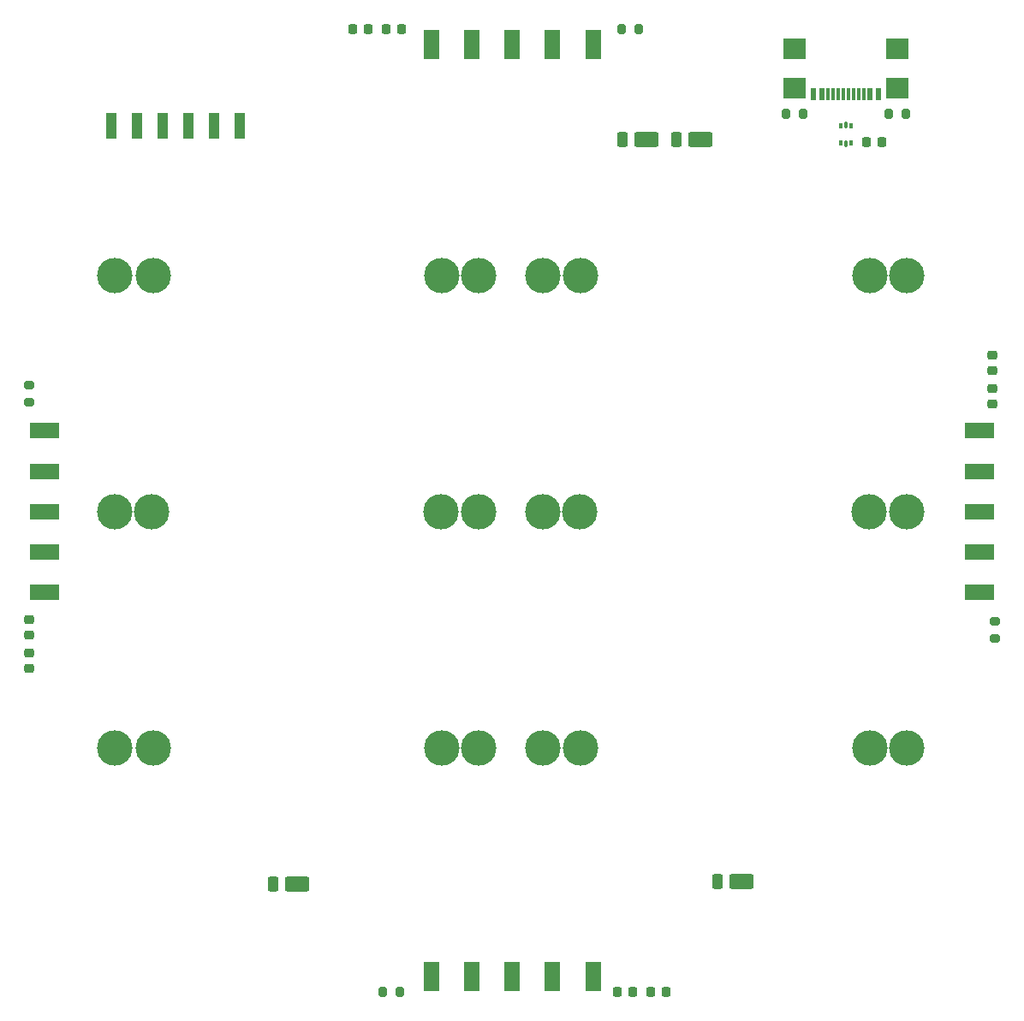
<source format=gbr>
%TF.GenerationSoftware,KiCad,Pcbnew,8.0.5*%
%TF.CreationDate,2025-02-27T20:43:24-05:00*%
%TF.ProjectId,Z+,5a2b2e6b-6963-4616-945f-706362585858,rev?*%
%TF.SameCoordinates,Original*%
%TF.FileFunction,Paste,Top*%
%TF.FilePolarity,Positive*%
%FSLAX46Y46*%
G04 Gerber Fmt 4.6, Leading zero omitted, Abs format (unit mm)*
G04 Created by KiCad (PCBNEW 8.0.5) date 2025-02-27 20:43:24*
%MOMM*%
%LPD*%
G01*
G04 APERTURE LIST*
G04 Aperture macros list*
%AMRoundRect*
0 Rectangle with rounded corners*
0 $1 Rounding radius*
0 $2 $3 $4 $5 $6 $7 $8 $9 X,Y pos of 4 corners*
0 Add a 4 corners polygon primitive as box body*
4,1,4,$2,$3,$4,$5,$6,$7,$8,$9,$2,$3,0*
0 Add four circle primitives for the rounded corners*
1,1,$1+$1,$2,$3*
1,1,$1+$1,$4,$5*
1,1,$1+$1,$6,$7*
1,1,$1+$1,$8,$9*
0 Add four rect primitives between the rounded corners*
20,1,$1+$1,$2,$3,$4,$5,0*
20,1,$1+$1,$4,$5,$6,$7,0*
20,1,$1+$1,$6,$7,$8,$9,0*
20,1,$1+$1,$8,$9,$2,$3,0*%
G04 Aperture macros list end*
%ADD10RoundRect,0.250000X-0.950000X-0.500000X0.950000X-0.500000X0.950000X0.500000X-0.950000X0.500000X0*%
%ADD11RoundRect,0.250000X-0.275000X-0.500000X0.275000X-0.500000X0.275000X0.500000X-0.275000X0.500000X0*%
%ADD12RoundRect,0.200000X-0.200000X-0.275000X0.200000X-0.275000X0.200000X0.275000X-0.200000X0.275000X0*%
%ADD13RoundRect,0.218750X0.218750X0.256250X-0.218750X0.256250X-0.218750X-0.256250X0.218750X-0.256250X0*%
%ADD14R,3.000000X1.500000*%
%ADD15RoundRect,0.200000X0.200000X0.275000X-0.200000X0.275000X-0.200000X-0.275000X0.200000X-0.275000X0*%
%ADD16R,1.000000X2.500000*%
%ADD17RoundRect,0.218750X-0.218750X-0.256250X0.218750X-0.256250X0.218750X0.256250X-0.218750X0.256250X0*%
%ADD18C,3.500000*%
%ADD19RoundRect,0.225000X0.225000X0.250000X-0.225000X0.250000X-0.225000X-0.250000X0.225000X-0.250000X0*%
%ADD20R,1.500000X3.000000*%
%ADD21RoundRect,0.200000X-0.275000X0.200000X-0.275000X-0.200000X0.275000X-0.200000X0.275000X0.200000X0*%
%ADD22RoundRect,0.225000X-0.225000X-0.250000X0.225000X-0.250000X0.225000X0.250000X-0.225000X0.250000X0*%
%ADD23R,0.600000X1.150000*%
%ADD24R,0.300000X1.150000*%
%ADD25R,2.180000X2.000000*%
%ADD26RoundRect,0.093750X0.093750X-0.156250X0.093750X0.156250X-0.093750X0.156250X-0.093750X-0.156250X0*%
%ADD27RoundRect,0.075000X0.075000X-0.250000X0.075000X0.250000X-0.075000X0.250000X-0.075000X-0.250000X0*%
%ADD28RoundRect,0.218750X0.256250X-0.218750X0.256250X0.218750X-0.256250X0.218750X-0.256250X-0.218750X0*%
%ADD29RoundRect,0.225000X0.250000X-0.225000X0.250000X0.225000X-0.250000X0.225000X-0.250000X-0.225000X0*%
%ADD30RoundRect,0.225000X-0.250000X0.225000X-0.250000X-0.225000X0.250000X-0.225000X0.250000X0.225000X0*%
%ADD31RoundRect,0.200000X0.275000X-0.200000X0.275000X0.200000X-0.275000X0.200000X-0.275000X-0.200000X0*%
%ADD32RoundRect,0.218750X-0.256250X0.218750X-0.256250X-0.218750X0.256250X-0.218750X0.256250X0.218750X0*%
G04 APERTURE END LIST*
D10*
%TO.C,D9*%
X129120000Y-138684000D03*
D11*
X126745000Y-138684000D03*
%TD*%
D12*
%TO.C,R104*%
X161227000Y-54102000D03*
X162877000Y-54102000D03*
%TD*%
D13*
%TO.C,F3*%
X165633500Y-149352000D03*
X164058500Y-149352000D03*
%TD*%
D14*
%TO.C,U3*%
X104140000Y-109854000D03*
X104140000Y-105854000D03*
X104140000Y-101854000D03*
X104140000Y-97854000D03*
X104140000Y-93854000D03*
%TD*%
D15*
%TO.C,R112*%
X179133000Y-62484000D03*
X177483000Y-62484000D03*
%TD*%
D16*
%TO.C,J4*%
X110744000Y-63632000D03*
X113284000Y-63632000D03*
X115824000Y-63632000D03*
X118364000Y-63632000D03*
X120904000Y-63632000D03*
X123444000Y-63632000D03*
%TD*%
D10*
%TO.C,D10*%
X173062000Y-138430000D03*
D11*
X170687000Y-138430000D03*
%TD*%
D17*
%TO.C,F1*%
X134594500Y-54102000D03*
X136169500Y-54102000D03*
%TD*%
D18*
%TO.C,SC5*%
X143449274Y-125222000D03*
X147093274Y-125222000D03*
X111093274Y-125222000D03*
X114853274Y-125222000D03*
%TD*%
D12*
%TO.C,R111*%
X187643000Y-62484000D03*
X189293000Y-62484000D03*
%TD*%
D19*
%TO.C,C8*%
X139459000Y-54102000D03*
X137909000Y-54102000D03*
%TD*%
D18*
%TO.C,SC3*%
X157053674Y-101854000D03*
X153409674Y-101854000D03*
X189409674Y-101854000D03*
X185649674Y-101854000D03*
%TD*%
%TO.C,SC1*%
X143449274Y-78486000D03*
X147093274Y-78486000D03*
X111093274Y-78486000D03*
X114853274Y-78486000D03*
%TD*%
D15*
%TO.C,R106*%
X139255000Y-149352000D03*
X137605000Y-149352000D03*
%TD*%
D14*
%TO.C,U5*%
X196596000Y-93854000D03*
X196596000Y-97854000D03*
X196596000Y-101854000D03*
X196596000Y-105854000D03*
X196596000Y-109854000D03*
%TD*%
D20*
%TO.C,U2*%
X142368000Y-55626000D03*
X146368000Y-55626000D03*
X150368000Y-55626000D03*
X154368000Y-55626000D03*
X158368000Y-55626000D03*
%TD*%
D21*
%TO.C,R107*%
X198120000Y-112713000D03*
X198120000Y-114363000D03*
%TD*%
D20*
%TO.C,U4*%
X158368000Y-147828000D03*
X154368000Y-147828000D03*
X150368000Y-147828000D03*
X146368000Y-147828000D03*
X142368000Y-147828000D03*
%TD*%
D18*
%TO.C,SC4*%
X114737274Y-101854000D03*
X111093274Y-101854000D03*
X147093274Y-101854000D03*
X143333274Y-101854000D03*
%TD*%
%TO.C,SC2*%
X185765674Y-78486000D03*
X189409674Y-78486000D03*
X153409674Y-78486000D03*
X157169674Y-78486000D03*
%TD*%
D10*
%TO.C,D6*%
X168998000Y-65024000D03*
D11*
X166623000Y-65024000D03*
%TD*%
D18*
%TO.C,SC6*%
X185765674Y-125222000D03*
X189409674Y-125222000D03*
X153409674Y-125222000D03*
X157169674Y-125222000D03*
%TD*%
D22*
%TO.C,C6*%
X160769000Y-149352000D03*
X162319000Y-149352000D03*
%TD*%
D23*
%TO.C,J3*%
X186588000Y-60541500D03*
X185788000Y-60541500D03*
D24*
X184638000Y-60541500D03*
X183638000Y-60541500D03*
X183138000Y-60541500D03*
X182138000Y-60541500D03*
D23*
X180188000Y-60541500D03*
X180988000Y-60541500D03*
D24*
X181638000Y-60541500D03*
X182638000Y-60541500D03*
X184138000Y-60541500D03*
X185138000Y-60541500D03*
D25*
X188498000Y-59966500D03*
X178278000Y-59966500D03*
X188498000Y-56036500D03*
X178278000Y-56036500D03*
%TD*%
D26*
%TO.C,U1*%
X182850500Y-65366000D03*
D27*
X183388000Y-65441000D03*
D26*
X183925500Y-65366000D03*
X183925500Y-63666000D03*
D27*
X183388000Y-63591000D03*
D26*
X182850500Y-63666000D03*
%TD*%
D28*
%TO.C,F2*%
X102616000Y-117373500D03*
X102616000Y-115798500D03*
%TD*%
D29*
%TO.C,C7*%
X197866000Y-91199000D03*
X197866000Y-89649000D03*
%TD*%
D10*
%TO.C,D5*%
X163664000Y-65024000D03*
D11*
X161289000Y-65024000D03*
%TD*%
D30*
%TO.C,C5*%
X102616000Y-112509000D03*
X102616000Y-114059000D03*
%TD*%
D22*
%TO.C,C34*%
X185407000Y-65278000D03*
X186957000Y-65278000D03*
%TD*%
D31*
%TO.C,R105*%
X102616000Y-90995000D03*
X102616000Y-89345000D03*
%TD*%
D32*
%TO.C,F4*%
X197866000Y-86334500D03*
X197866000Y-87909500D03*
%TD*%
M02*

</source>
